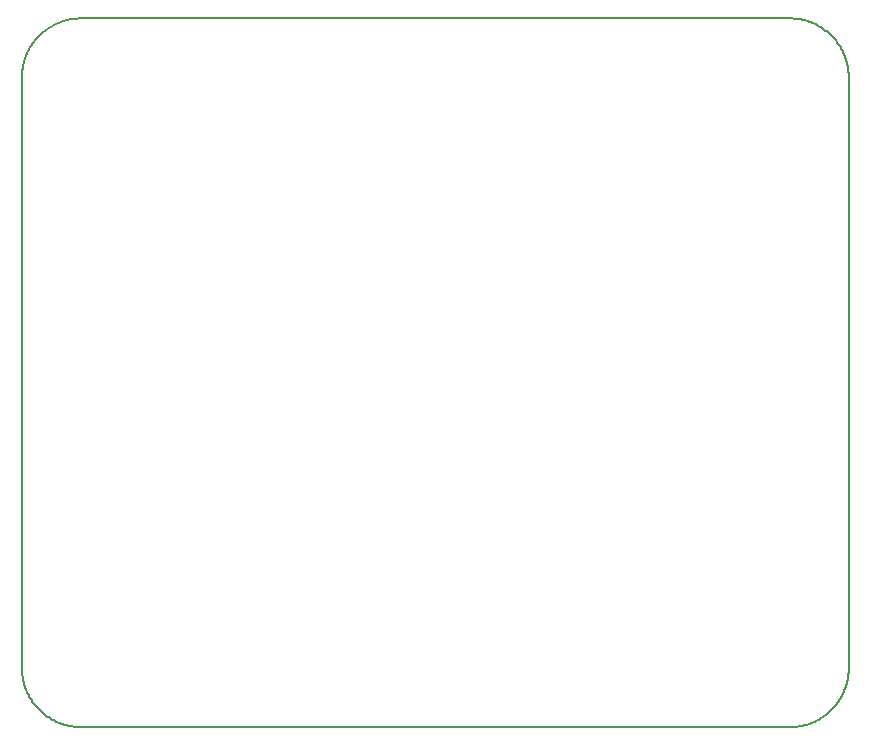
<source format=gbp>
G75*
%MOIN*%
%OFA0B0*%
%FSLAX25Y25*%
%IPPOS*%
%LPD*%
%AMOC8*
5,1,8,0,0,1.08239X$1,22.5*
%
%ADD10C,0.00000*%
%ADD11C,0.00787*%
D10*
X0032280Y0021138D02*
X0032286Y0020662D01*
X0032303Y0020187D01*
X0032332Y0019712D01*
X0032372Y0019238D01*
X0032424Y0018765D01*
X0032487Y0018294D01*
X0032561Y0017824D01*
X0032647Y0017356D01*
X0032744Y0016890D01*
X0032852Y0016427D01*
X0032971Y0015967D01*
X0033102Y0015509D01*
X0033243Y0015055D01*
X0033396Y0014604D01*
X0033559Y0014158D01*
X0033733Y0013715D01*
X0033918Y0013277D01*
X0034113Y0012843D01*
X0034319Y0012414D01*
X0034535Y0011990D01*
X0034761Y0011571D01*
X0034997Y0011158D01*
X0035243Y0010751D01*
X0035499Y0010350D01*
X0035765Y0009956D01*
X0036040Y0009567D01*
X0036324Y0009186D01*
X0036617Y0008812D01*
X0036919Y0008444D01*
X0037231Y0008084D01*
X0037550Y0007732D01*
X0037878Y0007388D01*
X0038215Y0007051D01*
X0038559Y0006723D01*
X0038911Y0006404D01*
X0039271Y0006092D01*
X0039639Y0005790D01*
X0040013Y0005497D01*
X0040394Y0005213D01*
X0040783Y0004938D01*
X0041177Y0004672D01*
X0041578Y0004416D01*
X0041985Y0004170D01*
X0042398Y0003934D01*
X0042817Y0003708D01*
X0043241Y0003492D01*
X0043670Y0003286D01*
X0044104Y0003091D01*
X0044542Y0002906D01*
X0044985Y0002732D01*
X0045431Y0002569D01*
X0045882Y0002416D01*
X0046336Y0002275D01*
X0046794Y0002144D01*
X0047254Y0002025D01*
X0047717Y0001917D01*
X0048183Y0001820D01*
X0048651Y0001734D01*
X0049121Y0001660D01*
X0049592Y0001597D01*
X0050065Y0001545D01*
X0050539Y0001505D01*
X0051014Y0001476D01*
X0051489Y0001459D01*
X0051965Y0001453D01*
X0288186Y0001453D02*
X0288662Y0001459D01*
X0289137Y0001476D01*
X0289612Y0001505D01*
X0290086Y0001545D01*
X0290559Y0001597D01*
X0291030Y0001660D01*
X0291500Y0001734D01*
X0291968Y0001820D01*
X0292434Y0001917D01*
X0292897Y0002025D01*
X0293357Y0002144D01*
X0293815Y0002275D01*
X0294269Y0002416D01*
X0294720Y0002569D01*
X0295166Y0002732D01*
X0295609Y0002906D01*
X0296047Y0003091D01*
X0296481Y0003286D01*
X0296910Y0003492D01*
X0297334Y0003708D01*
X0297753Y0003934D01*
X0298166Y0004170D01*
X0298573Y0004416D01*
X0298974Y0004672D01*
X0299368Y0004938D01*
X0299757Y0005213D01*
X0300138Y0005497D01*
X0300512Y0005790D01*
X0300880Y0006092D01*
X0301240Y0006404D01*
X0301592Y0006723D01*
X0301936Y0007051D01*
X0302273Y0007388D01*
X0302601Y0007732D01*
X0302920Y0008084D01*
X0303232Y0008444D01*
X0303534Y0008812D01*
X0303827Y0009186D01*
X0304111Y0009567D01*
X0304386Y0009956D01*
X0304652Y0010350D01*
X0304908Y0010751D01*
X0305154Y0011158D01*
X0305390Y0011571D01*
X0305616Y0011990D01*
X0305832Y0012414D01*
X0306038Y0012843D01*
X0306233Y0013277D01*
X0306418Y0013715D01*
X0306592Y0014158D01*
X0306755Y0014604D01*
X0306908Y0015055D01*
X0307049Y0015509D01*
X0307180Y0015967D01*
X0307299Y0016427D01*
X0307407Y0016890D01*
X0307504Y0017356D01*
X0307590Y0017824D01*
X0307664Y0018294D01*
X0307727Y0018765D01*
X0307779Y0019238D01*
X0307819Y0019712D01*
X0307848Y0020187D01*
X0307865Y0020662D01*
X0307871Y0021138D01*
X0307871Y0217988D02*
X0307865Y0218464D01*
X0307848Y0218939D01*
X0307819Y0219414D01*
X0307779Y0219888D01*
X0307727Y0220361D01*
X0307664Y0220832D01*
X0307590Y0221302D01*
X0307504Y0221770D01*
X0307407Y0222236D01*
X0307299Y0222699D01*
X0307180Y0223159D01*
X0307049Y0223617D01*
X0306908Y0224071D01*
X0306755Y0224522D01*
X0306592Y0224968D01*
X0306418Y0225411D01*
X0306233Y0225849D01*
X0306038Y0226283D01*
X0305832Y0226712D01*
X0305616Y0227136D01*
X0305390Y0227555D01*
X0305154Y0227968D01*
X0304908Y0228375D01*
X0304652Y0228776D01*
X0304386Y0229170D01*
X0304111Y0229559D01*
X0303827Y0229940D01*
X0303534Y0230314D01*
X0303232Y0230682D01*
X0302920Y0231042D01*
X0302601Y0231394D01*
X0302273Y0231738D01*
X0301936Y0232075D01*
X0301592Y0232403D01*
X0301240Y0232722D01*
X0300880Y0233034D01*
X0300512Y0233336D01*
X0300138Y0233629D01*
X0299757Y0233913D01*
X0299368Y0234188D01*
X0298974Y0234454D01*
X0298573Y0234710D01*
X0298166Y0234956D01*
X0297753Y0235192D01*
X0297334Y0235418D01*
X0296910Y0235634D01*
X0296481Y0235840D01*
X0296047Y0236035D01*
X0295609Y0236220D01*
X0295166Y0236394D01*
X0294720Y0236557D01*
X0294269Y0236710D01*
X0293815Y0236851D01*
X0293357Y0236982D01*
X0292897Y0237101D01*
X0292434Y0237209D01*
X0291968Y0237306D01*
X0291500Y0237392D01*
X0291030Y0237466D01*
X0290559Y0237529D01*
X0290086Y0237581D01*
X0289612Y0237621D01*
X0289137Y0237650D01*
X0288662Y0237667D01*
X0288186Y0237673D01*
D11*
X0032280Y0217988D02*
X0032280Y0021138D01*
X0032286Y0020662D01*
X0032303Y0020187D01*
X0032332Y0019712D01*
X0032372Y0019238D01*
X0032424Y0018765D01*
X0032487Y0018294D01*
X0032561Y0017824D01*
X0032647Y0017356D01*
X0032744Y0016890D01*
X0032852Y0016427D01*
X0032971Y0015967D01*
X0033102Y0015509D01*
X0033243Y0015055D01*
X0033396Y0014604D01*
X0033559Y0014158D01*
X0033733Y0013715D01*
X0033918Y0013277D01*
X0034113Y0012843D01*
X0034319Y0012414D01*
X0034535Y0011990D01*
X0034761Y0011571D01*
X0034997Y0011158D01*
X0035243Y0010751D01*
X0035499Y0010350D01*
X0035765Y0009956D01*
X0036040Y0009567D01*
X0036324Y0009186D01*
X0036617Y0008812D01*
X0036919Y0008444D01*
X0037231Y0008084D01*
X0037550Y0007732D01*
X0037878Y0007388D01*
X0038215Y0007051D01*
X0038559Y0006723D01*
X0038911Y0006404D01*
X0039271Y0006092D01*
X0039639Y0005790D01*
X0040013Y0005497D01*
X0040394Y0005213D01*
X0040783Y0004938D01*
X0041177Y0004672D01*
X0041578Y0004416D01*
X0041985Y0004170D01*
X0042398Y0003934D01*
X0042817Y0003708D01*
X0043241Y0003492D01*
X0043670Y0003286D01*
X0044104Y0003091D01*
X0044542Y0002906D01*
X0044985Y0002732D01*
X0045431Y0002569D01*
X0045882Y0002416D01*
X0046336Y0002275D01*
X0046794Y0002144D01*
X0047254Y0002025D01*
X0047717Y0001917D01*
X0048183Y0001820D01*
X0048651Y0001734D01*
X0049121Y0001660D01*
X0049592Y0001597D01*
X0050065Y0001545D01*
X0050539Y0001505D01*
X0051014Y0001476D01*
X0051489Y0001459D01*
X0051965Y0001453D01*
X0288186Y0001453D01*
X0288662Y0001459D01*
X0289137Y0001476D01*
X0289612Y0001505D01*
X0290086Y0001545D01*
X0290559Y0001597D01*
X0291030Y0001660D01*
X0291500Y0001734D01*
X0291968Y0001820D01*
X0292434Y0001917D01*
X0292897Y0002025D01*
X0293357Y0002144D01*
X0293815Y0002275D01*
X0294269Y0002416D01*
X0294720Y0002569D01*
X0295166Y0002732D01*
X0295609Y0002906D01*
X0296047Y0003091D01*
X0296481Y0003286D01*
X0296910Y0003492D01*
X0297334Y0003708D01*
X0297753Y0003934D01*
X0298166Y0004170D01*
X0298573Y0004416D01*
X0298974Y0004672D01*
X0299368Y0004938D01*
X0299757Y0005213D01*
X0300138Y0005497D01*
X0300512Y0005790D01*
X0300880Y0006092D01*
X0301240Y0006404D01*
X0301592Y0006723D01*
X0301936Y0007051D01*
X0302273Y0007388D01*
X0302601Y0007732D01*
X0302920Y0008084D01*
X0303232Y0008444D01*
X0303534Y0008812D01*
X0303827Y0009186D01*
X0304111Y0009567D01*
X0304386Y0009956D01*
X0304652Y0010350D01*
X0304908Y0010751D01*
X0305154Y0011158D01*
X0305390Y0011571D01*
X0305616Y0011990D01*
X0305832Y0012414D01*
X0306038Y0012843D01*
X0306233Y0013277D01*
X0306418Y0013715D01*
X0306592Y0014158D01*
X0306755Y0014604D01*
X0306908Y0015055D01*
X0307049Y0015509D01*
X0307180Y0015967D01*
X0307299Y0016427D01*
X0307407Y0016890D01*
X0307504Y0017356D01*
X0307590Y0017824D01*
X0307664Y0018294D01*
X0307727Y0018765D01*
X0307779Y0019238D01*
X0307819Y0019712D01*
X0307848Y0020187D01*
X0307865Y0020662D01*
X0307871Y0021138D01*
X0307871Y0217988D01*
X0307865Y0218464D01*
X0307848Y0218939D01*
X0307819Y0219414D01*
X0307779Y0219888D01*
X0307727Y0220361D01*
X0307664Y0220832D01*
X0307590Y0221302D01*
X0307504Y0221770D01*
X0307407Y0222236D01*
X0307299Y0222699D01*
X0307180Y0223159D01*
X0307049Y0223617D01*
X0306908Y0224071D01*
X0306755Y0224522D01*
X0306592Y0224968D01*
X0306418Y0225411D01*
X0306233Y0225849D01*
X0306038Y0226283D01*
X0305832Y0226712D01*
X0305616Y0227136D01*
X0305390Y0227555D01*
X0305154Y0227968D01*
X0304908Y0228375D01*
X0304652Y0228776D01*
X0304386Y0229170D01*
X0304111Y0229559D01*
X0303827Y0229940D01*
X0303534Y0230314D01*
X0303232Y0230682D01*
X0302920Y0231042D01*
X0302601Y0231394D01*
X0302273Y0231738D01*
X0301936Y0232075D01*
X0301592Y0232403D01*
X0301240Y0232722D01*
X0300880Y0233034D01*
X0300512Y0233336D01*
X0300138Y0233629D01*
X0299757Y0233913D01*
X0299368Y0234188D01*
X0298974Y0234454D01*
X0298573Y0234710D01*
X0298166Y0234956D01*
X0297753Y0235192D01*
X0297334Y0235418D01*
X0296910Y0235634D01*
X0296481Y0235840D01*
X0296047Y0236035D01*
X0295609Y0236220D01*
X0295166Y0236394D01*
X0294720Y0236557D01*
X0294269Y0236710D01*
X0293815Y0236851D01*
X0293357Y0236982D01*
X0292897Y0237101D01*
X0292434Y0237209D01*
X0291968Y0237306D01*
X0291500Y0237392D01*
X0291030Y0237466D01*
X0290559Y0237529D01*
X0290086Y0237581D01*
X0289612Y0237621D01*
X0289137Y0237650D01*
X0288662Y0237667D01*
X0288186Y0237673D01*
X0051965Y0237673D01*
X0051489Y0237667D01*
X0051014Y0237650D01*
X0050539Y0237621D01*
X0050065Y0237581D01*
X0049592Y0237529D01*
X0049121Y0237466D01*
X0048651Y0237392D01*
X0048183Y0237306D01*
X0047717Y0237209D01*
X0047254Y0237101D01*
X0046794Y0236982D01*
X0046336Y0236851D01*
X0045882Y0236710D01*
X0045431Y0236557D01*
X0044985Y0236394D01*
X0044542Y0236220D01*
X0044104Y0236035D01*
X0043670Y0235840D01*
X0043241Y0235634D01*
X0042817Y0235418D01*
X0042398Y0235192D01*
X0041985Y0234956D01*
X0041578Y0234710D01*
X0041177Y0234454D01*
X0040783Y0234188D01*
X0040394Y0233913D01*
X0040013Y0233629D01*
X0039639Y0233336D01*
X0039271Y0233034D01*
X0038911Y0232722D01*
X0038559Y0232403D01*
X0038215Y0232075D01*
X0037878Y0231738D01*
X0037550Y0231394D01*
X0037231Y0231042D01*
X0036919Y0230682D01*
X0036617Y0230314D01*
X0036324Y0229940D01*
X0036040Y0229559D01*
X0035765Y0229170D01*
X0035499Y0228776D01*
X0035243Y0228375D01*
X0034997Y0227968D01*
X0034761Y0227555D01*
X0034535Y0227136D01*
X0034319Y0226712D01*
X0034113Y0226283D01*
X0033918Y0225849D01*
X0033733Y0225411D01*
X0033559Y0224968D01*
X0033396Y0224522D01*
X0033243Y0224071D01*
X0033102Y0223617D01*
X0032971Y0223159D01*
X0032852Y0222699D01*
X0032744Y0222236D01*
X0032647Y0221770D01*
X0032561Y0221302D01*
X0032487Y0220832D01*
X0032424Y0220361D01*
X0032372Y0219888D01*
X0032332Y0219414D01*
X0032303Y0218939D01*
X0032286Y0218464D01*
X0032280Y0217988D01*
M02*

</source>
